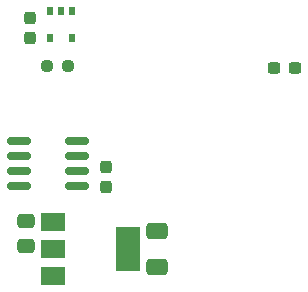
<source format=gbr>
%TF.GenerationSoftware,KiCad,Pcbnew,7.0.10*%
%TF.CreationDate,2024-01-19T02:19:35-05:00*%
%TF.ProjectId,ESP8266_Count2,45535038-3236-4365-9f43-6f756e74322e,v2*%
%TF.SameCoordinates,Original*%
%TF.FileFunction,Paste,Bot*%
%TF.FilePolarity,Positive*%
%FSLAX46Y46*%
G04 Gerber Fmt 4.6, Leading zero omitted, Abs format (unit mm)*
G04 Created by KiCad (PCBNEW 7.0.10) date 2024-01-19 02:19:35*
%MOMM*%
%LPD*%
G01*
G04 APERTURE LIST*
G04 Aperture macros list*
%AMRoundRect*
0 Rectangle with rounded corners*
0 $1 Rounding radius*
0 $2 $3 $4 $5 $6 $7 $8 $9 X,Y pos of 4 corners*
0 Add a 4 corners polygon primitive as box body*
4,1,4,$2,$3,$4,$5,$6,$7,$8,$9,$2,$3,0*
0 Add four circle primitives for the rounded corners*
1,1,$1+$1,$2,$3*
1,1,$1+$1,$4,$5*
1,1,$1+$1,$6,$7*
1,1,$1+$1,$8,$9*
0 Add four rect primitives between the rounded corners*
20,1,$1+$1,$2,$3,$4,$5,0*
20,1,$1+$1,$4,$5,$6,$7,0*
20,1,$1+$1,$6,$7,$8,$9,0*
20,1,$1+$1,$8,$9,$2,$3,0*%
G04 Aperture macros list end*
%ADD10RoundRect,0.237500X-0.300000X-0.237500X0.300000X-0.237500X0.300000X0.237500X-0.300000X0.237500X0*%
%ADD11RoundRect,0.237500X0.237500X-0.300000X0.237500X0.300000X-0.237500X0.300000X-0.237500X-0.300000X0*%
%ADD12R,0.510000X0.700000*%
%ADD13RoundRect,0.250000X-0.650000X0.412500X-0.650000X-0.412500X0.650000X-0.412500X0.650000X0.412500X0*%
%ADD14RoundRect,0.237500X-0.250000X-0.237500X0.250000X-0.237500X0.250000X0.237500X-0.250000X0.237500X0*%
%ADD15R,2.000000X1.500000*%
%ADD16R,2.000000X3.800000*%
%ADD17RoundRect,0.250000X-0.475000X0.337500X-0.475000X-0.337500X0.475000X-0.337500X0.475000X0.337500X0*%
%ADD18RoundRect,0.150000X-0.825000X-0.150000X0.825000X-0.150000X0.825000X0.150000X-0.825000X0.150000X0*%
G04 APERTURE END LIST*
D10*
%TO.C,C4*%
X141437500Y-65200000D03*
X143162500Y-65200000D03*
%TD*%
D11*
%TO.C,C5*%
X120800000Y-62662500D03*
X120800000Y-60937500D03*
%TD*%
D12*
%TO.C,U4*%
X122450000Y-60340000D03*
X123400000Y-60340000D03*
X124350000Y-60340000D03*
X124350000Y-62660000D03*
X122450000Y-62660000D03*
%TD*%
D13*
%TO.C,C1*%
X131500000Y-78937500D03*
X131500000Y-82062500D03*
%TD*%
D14*
%TO.C,R7*%
X122187500Y-65000000D03*
X124012500Y-65000000D03*
%TD*%
D15*
%TO.C,U2*%
X122750000Y-82800000D03*
X122750000Y-80500000D03*
D16*
X129050000Y-80500000D03*
D15*
X122750000Y-78200000D03*
%TD*%
D17*
%TO.C,C2*%
X120400000Y-78162500D03*
X120400000Y-80237500D03*
%TD*%
D11*
%TO.C,C6*%
X127200000Y-75262500D03*
X127200000Y-73537500D03*
%TD*%
D18*
%TO.C,U5*%
X119825000Y-75205000D03*
X119825000Y-73935000D03*
X119825000Y-72665000D03*
X119825000Y-71395000D03*
X124775000Y-71395000D03*
X124775000Y-72665000D03*
X124775000Y-73935000D03*
X124775000Y-75205000D03*
%TD*%
M02*

</source>
